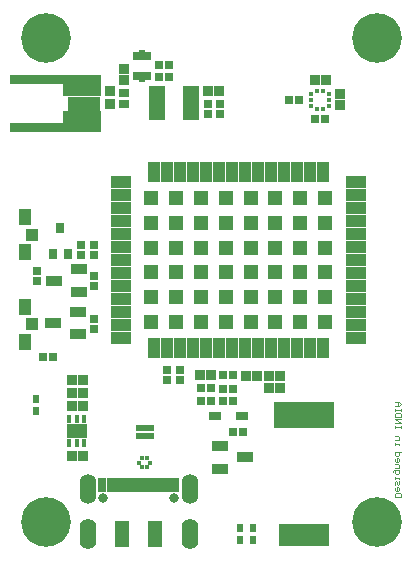
<source format=gbr>
%TF.GenerationSoftware,Altium Limited,Altium Designer,23.9.2 (47)*%
G04 Layer_Color=16711935*
%FSLAX45Y45*%
%MOMM*%
%TF.SameCoordinates,C6D65D71-24B2-464F-8DE7-77A712877E08*%
%TF.FilePolarity,Negative*%
%TF.FileFunction,Soldermask,Bot*%
%TF.Part,Single*%
G01*
G75*
%TA.AperFunction,NonConductor*%
%ADD95C,0.10000*%
%TA.AperFunction,SMDPad,CuDef*%
%ADD104R,0.82320X0.82320*%
%ADD105R,0.75320X0.80320*%
%ADD109R,0.45000X0.75000*%
%ADD110R,1.80000X1.20000*%
%ADD111R,0.82320X0.82320*%
%ADD115R,0.80320X0.75320*%
%ADD122R,1.40320X0.85320*%
%ADD123R,0.52320X0.71320*%
%ADD125R,1.04320X0.66320*%
%TA.AperFunction,ComponentPad*%
%ADD128C,4.20320*%
%ADD129O,1.36120X2.51920*%
%ADD130O,1.40320X2.60320*%
%ADD131C,0.80320*%
%ADD132C,0.83320*%
%TA.AperFunction,ViaPad*%
%ADD133C,0.70320*%
%TA.AperFunction,SMDPad,CuDef*%
%ADD134R,1.10320X1.10320*%
%ADD135R,1.00320X1.40320*%
%TA.AperFunction,BGAPad,CuDef*%
%ADD136R,1.30320X1.30320*%
%TA.AperFunction,SMDPad,CuDef*%
%ADD137R,1.00320X1.70320*%
%ADD138R,1.70320X1.00320*%
%ADD139R,0.37500X0.35000*%
%ADD140R,4.20320X1.90320*%
%ADD141R,0.85320X0.90320*%
%ADD142R,0.62820X0.57320*%
%TA.AperFunction,ConnectorPad*%
%ADD143R,0.72320X1.20320*%
%TA.AperFunction,SMDPad,CuDef*%
%ADD144R,0.45320X0.40320*%
%TA.AperFunction,ConnectorPad*%
%ADD145R,1.20320X2.20320*%
%ADD146R,0.47320X1.20320*%
%ADD147R,2.70000X1.20000*%
%TA.AperFunction,SMDPad,CuDef*%
%ADD148R,0.35000X0.37500*%
%ADD149R,0.70320X0.95320*%
%ADD150R,0.86320X0.70320*%
%ADD151R,0.57820X0.70320*%
%ADD152R,0.50320X0.85320*%
%ADD153R,5.20320X2.20320*%
%ADD154R,1.45320X2.95320*%
G36*
X17500Y4157500D02*
Y4082500D01*
X467500D01*
Y3982500D01*
X787500D01*
Y4157500D01*
X17500D01*
D02*
G37*
G36*
X467500Y3852500D02*
Y3752500D01*
X17500D01*
Y3677500D01*
X787500D01*
Y3852500D01*
X467500D01*
D02*
G37*
D95*
X3326645Y590000D02*
X3276661D01*
Y614992D01*
X3284992Y623323D01*
X3318314D01*
X3326645Y614992D01*
Y590000D01*
X3276661Y664976D02*
Y648314D01*
X3284992Y639984D01*
X3301653D01*
X3309984Y648314D01*
Y664976D01*
X3301653Y673306D01*
X3293322D01*
Y639984D01*
X3276661Y689967D02*
Y714959D01*
X3284992Y723290D01*
X3293322Y714959D01*
Y698298D01*
X3301653Y689967D01*
X3309984Y698298D01*
Y723290D01*
X3276661Y739951D02*
Y756612D01*
Y748282D01*
X3309984D01*
Y739951D01*
X3260000Y798265D02*
Y806596D01*
X3268331Y814927D01*
X3309984D01*
Y789935D01*
X3301653Y781604D01*
X3284992D01*
X3276661Y789935D01*
Y814927D01*
Y831588D02*
X3309984D01*
Y856580D01*
X3301653Y864910D01*
X3276661D01*
Y906563D02*
Y889902D01*
X3284992Y881572D01*
X3301653D01*
X3309984Y889902D01*
Y906563D01*
X3301653Y914894D01*
X3293322D01*
Y881572D01*
X3326645Y964878D02*
X3276661D01*
Y939886D01*
X3284992Y931555D01*
X3301653D01*
X3309984Y939886D01*
Y964878D01*
X3276661Y1031522D02*
Y1048184D01*
Y1039853D01*
X3309984D01*
Y1031522D01*
X3276661Y1073176D02*
X3309984D01*
Y1098167D01*
X3301653Y1106498D01*
X3276661D01*
X3326645Y1173143D02*
Y1189804D01*
Y1181474D01*
X3276661D01*
Y1173143D01*
Y1189804D01*
Y1214796D02*
X3326645D01*
X3276661Y1248119D01*
X3326645D01*
Y1264780D02*
X3276661D01*
Y1289772D01*
X3284992Y1298102D01*
X3318314D01*
X3326645Y1289772D01*
Y1264780D01*
Y1314763D02*
Y1331425D01*
Y1323094D01*
X3276661D01*
Y1314763D01*
Y1331425D01*
Y1356417D02*
X3309984D01*
X3326645Y1373078D01*
X3309984Y1389739D01*
X3276661D01*
X3301653D01*
Y1356417D01*
D104*
X2691040Y4115100D02*
D03*
X1790740Y4021680D02*
D03*
X2307937Y1614901D02*
D03*
X2307545Y1513683D02*
D03*
X2015610Y1614901D02*
D03*
X1720951Y1616385D02*
D03*
X635200Y1575540D02*
D03*
Y1465540D02*
D03*
X635200Y1355540D02*
D03*
X634362Y935424D02*
D03*
X1698740Y4021680D02*
D03*
X542362Y935424D02*
D03*
X543200Y1355540D02*
D03*
X543200Y1465540D02*
D03*
Y1575540D02*
D03*
X2215937Y1614901D02*
D03*
X2107610D02*
D03*
X2215545Y1513683D02*
D03*
X1628951Y1616385D02*
D03*
X2599040Y4115100D02*
D03*
D105*
X733624Y2374172D02*
D03*
X731188Y2006233D02*
D03*
X1798320Y3916000D02*
D03*
Y3831000D02*
D03*
X1699260Y3916000D02*
D03*
Y3831000D02*
D03*
X622267Y2722492D02*
D03*
Y2637492D02*
D03*
X246508Y2420142D02*
D03*
Y2505143D02*
D03*
X731188Y2091233D02*
D03*
X733624Y2459172D02*
D03*
X730915Y2720460D02*
D03*
Y2635460D02*
D03*
X1456622Y1660149D02*
D03*
Y1575149D02*
D03*
X1346622D02*
D03*
Y1660149D02*
D03*
D109*
X649200Y1250540D02*
D03*
X519200Y1040540D02*
D03*
X584200D02*
D03*
X649200D02*
D03*
X584200Y1250540D02*
D03*
X519200D02*
D03*
D110*
X584200Y1145540D02*
D03*
D111*
X2815040Y4001100D02*
D03*
X982213Y4213511D02*
D03*
Y4121511D02*
D03*
X2815040Y3909100D02*
D03*
D115*
X1717993Y1506355D02*
D03*
X1368988Y4241701D02*
D03*
X1368848Y4142850D02*
D03*
X1283848D02*
D03*
X1283988Y4241701D02*
D03*
X1718703Y1401256D02*
D03*
X1633703D02*
D03*
X1632993Y1506355D02*
D03*
X382500Y1770000D02*
D03*
X297500D02*
D03*
X1993220Y1135380D02*
D03*
X1908220D02*
D03*
X1908707Y1400638D02*
D03*
X1823707D02*
D03*
X1822888Y1616310D02*
D03*
X1907888D02*
D03*
X1823237Y1504988D02*
D03*
X1908237D02*
D03*
X2380660Y3949700D02*
D03*
X2465660D02*
D03*
X2683385Y3787020D02*
D03*
X2598385D02*
D03*
D122*
X602190Y2322653D02*
D03*
X596885Y1966060D02*
D03*
X2007540Y924200D02*
D03*
X1797540Y1020200D02*
D03*
Y828200D02*
D03*
X386885Y2062060D02*
D03*
X596885Y2158060D02*
D03*
X392190Y2418653D02*
D03*
X602190Y2514653D02*
D03*
D123*
X1963882Y225058D02*
D03*
X2075369Y224251D02*
D03*
X241300Y1319060D02*
D03*
X2075369Y324251D02*
D03*
X1963882Y325058D02*
D03*
X241300Y1419060D02*
D03*
D125*
X1752540Y1271300D02*
D03*
X1982540D02*
D03*
D128*
X3125000Y4472500D02*
D03*
Y372500D02*
D03*
X325000Y4472500D02*
D03*
Y372500D02*
D03*
D129*
X1542000Y655000D02*
D03*
X678000D02*
D03*
D130*
X1542000Y272500D02*
D03*
X678000D02*
D03*
D131*
X810000Y582500D02*
D03*
D132*
D03*
X1410000D02*
D03*
D133*
X3282500Y4472500D02*
D03*
X3236370Y4583870D02*
D03*
Y4361131D02*
D03*
X3125000Y4315000D02*
D03*
Y4630000D02*
D03*
X3013631Y4583870D02*
D03*
Y4361131D02*
D03*
X2967500Y4472500D02*
D03*
X3236370Y483869D02*
D03*
X3125000Y530000D02*
D03*
X3013631Y483869D02*
D03*
X2967500Y372500D02*
D03*
X3282500D02*
D03*
X3236370Y261131D02*
D03*
X3125000Y215000D02*
D03*
X3013631Y261131D02*
D03*
X482500Y4472500D02*
D03*
X436370Y4583870D02*
D03*
Y4361131D02*
D03*
X325000Y4315000D02*
D03*
Y4630000D02*
D03*
X213631Y4583870D02*
D03*
Y4361131D02*
D03*
X167500Y4472500D02*
D03*
X325000Y530000D02*
D03*
X436370Y483869D02*
D03*
X213631D02*
D03*
X482500Y372500D02*
D03*
X436370Y261131D02*
D03*
X213631D02*
D03*
X167500Y372500D02*
D03*
X325000Y215000D02*
D03*
D134*
X205000Y2050000D02*
D03*
Y2810000D02*
D03*
D135*
X150000Y2200000D02*
D03*
Y1900000D02*
D03*
Y2660000D02*
D03*
Y2960000D02*
D03*
D136*
X2055820Y2489120D02*
D03*
Y2279120D02*
D03*
Y2069120D02*
D03*
X1845820D02*
D03*
Y2279120D02*
D03*
Y2489120D02*
D03*
X1215820Y2069120D02*
D03*
X1425820D02*
D03*
X1635820D02*
D03*
X2265820D02*
D03*
X2475820D02*
D03*
X2685820D02*
D03*
Y2279120D02*
D03*
X2475820D02*
D03*
X2265820D02*
D03*
X1635820D02*
D03*
X1425820D02*
D03*
X1215820D02*
D03*
Y2489120D02*
D03*
X1425820D02*
D03*
X1635820D02*
D03*
X2265820D02*
D03*
X2475820D02*
D03*
X2685820D02*
D03*
Y2699120D02*
D03*
X2475820D02*
D03*
X2265820D02*
D03*
X2055820D02*
D03*
X1845820D02*
D03*
X1635820D02*
D03*
X1425820D02*
D03*
X1215820D02*
D03*
Y2909120D02*
D03*
X1425820Y3119120D02*
D03*
Y2909120D02*
D03*
X1635820D02*
D03*
Y3119120D02*
D03*
X1845820D02*
D03*
Y2909120D02*
D03*
X2055820D02*
D03*
Y3119120D02*
D03*
X2265820D02*
D03*
Y2909120D02*
D03*
X2475820D02*
D03*
Y3119120D02*
D03*
X2685820D02*
D03*
Y2909120D02*
D03*
X1215820Y3119120D02*
D03*
D137*
X1235820Y3339120D02*
D03*
X1345820D02*
D03*
X1455820D02*
D03*
X1565820D02*
D03*
X1675820D02*
D03*
X1785820D02*
D03*
X1895820D02*
D03*
X2005820D02*
D03*
X2115820D02*
D03*
X2225820D02*
D03*
X2335820D02*
D03*
X2445820D02*
D03*
X2555820D02*
D03*
X2665820D02*
D03*
Y1849120D02*
D03*
X2555820D02*
D03*
X2445820D02*
D03*
X2335820D02*
D03*
X2225820D02*
D03*
X2115820D02*
D03*
X2005820D02*
D03*
X1895820D02*
D03*
X1785820D02*
D03*
X1675820D02*
D03*
X1565820D02*
D03*
X1455820D02*
D03*
X1345820D02*
D03*
X1235820D02*
D03*
D138*
X2945820Y3254120D02*
D03*
Y3144120D02*
D03*
Y3034120D02*
D03*
Y2924120D02*
D03*
Y2814120D02*
D03*
Y2704120D02*
D03*
Y2594120D02*
D03*
Y2484120D02*
D03*
Y2374120D02*
D03*
Y2264120D02*
D03*
Y2154120D02*
D03*
Y2044120D02*
D03*
Y1934120D02*
D03*
X955820D02*
D03*
Y2044120D02*
D03*
Y2154120D02*
D03*
Y2264120D02*
D03*
Y2374120D02*
D03*
Y2484120D02*
D03*
Y2594120D02*
D03*
Y2704120D02*
D03*
Y2814120D02*
D03*
Y2924120D02*
D03*
Y3034120D02*
D03*
Y3144120D02*
D03*
Y3254120D02*
D03*
D139*
X2720740Y3999600D02*
D03*
Y3949600D02*
D03*
X2568340Y3999600D02*
D03*
Y3899600D02*
D03*
Y3949600D02*
D03*
X2720740Y3899600D02*
D03*
D140*
X2505000Y270000D02*
D03*
D141*
X864115Y4027500D02*
D03*
Y3917500D02*
D03*
D142*
X1164120Y1104900D02*
D03*
X1214120Y1172300D02*
D03*
X1164120D02*
D03*
X1114120D02*
D03*
Y1104900D02*
D03*
X1214120D02*
D03*
D143*
X1420000Y692500D02*
D03*
X800000D02*
D03*
X1345000D02*
D03*
X875000D02*
D03*
D144*
X1205702Y878967D02*
D03*
X1113702D02*
D03*
X1179702Y842967D02*
D03*
X1139702D02*
D03*
Y914967D02*
D03*
X1179702D02*
D03*
D145*
X1250000Y272500D02*
D03*
X970000D02*
D03*
D146*
X1285000Y692500D02*
D03*
X935000D02*
D03*
X1235000D02*
D03*
X1185000D02*
D03*
X1135000D02*
D03*
X1085000D02*
D03*
X1035000D02*
D03*
X985000D02*
D03*
D147*
X647500Y3917500D02*
D03*
D148*
X2669540Y3873300D02*
D03*
X2619540D02*
D03*
Y4025900D02*
D03*
X2669540D02*
D03*
D149*
X511245Y2646387D02*
D03*
X381245D02*
D03*
X446245Y2866387D02*
D03*
D150*
X982500Y3917500D02*
D03*
Y4007500D02*
D03*
D151*
X1190360Y4324660D02*
D03*
X1082860D02*
D03*
Y4154660D02*
D03*
X1190360D02*
D03*
D152*
X1136560Y4332160D02*
D03*
Y4147160D02*
D03*
D153*
X2505000Y1285000D02*
D03*
D154*
X1554109Y3926578D02*
D03*
X1264109D02*
D03*
%TF.MD5,c19a74f23b37a23168ff3ce9a74afffc*%
M02*

</source>
